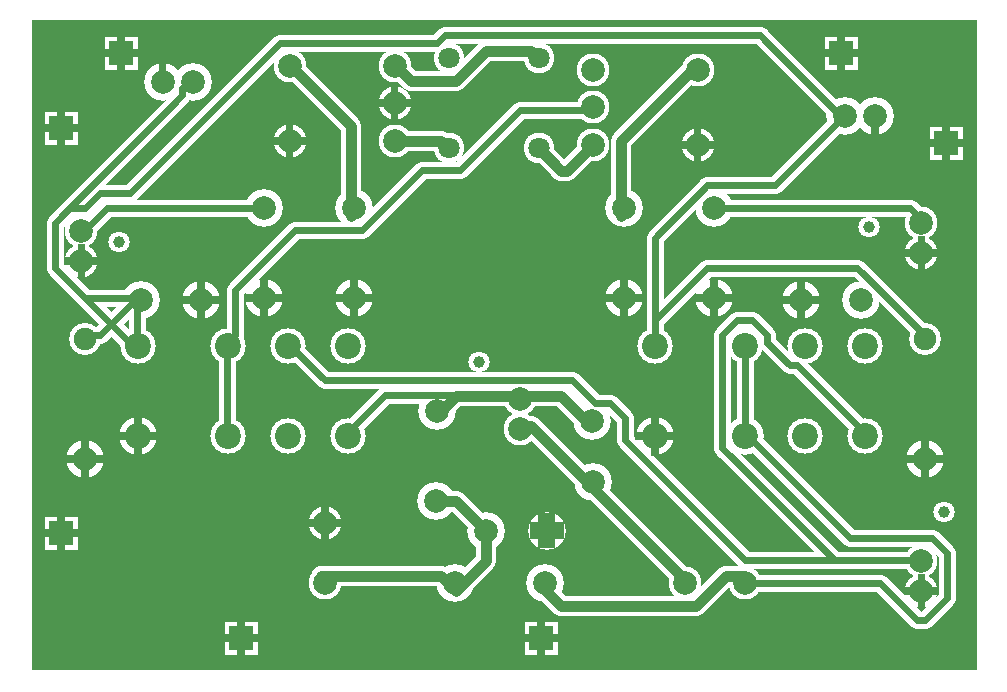
<source format=gbr>
%FSLAX34Y34*%
%MOMM*%
%LNCOPPER_BOTTOM*%
G71*
G01*
%ADD10C,3.200*%
%ADD11C,2.800*%
%ADD12C,2.800*%
%ADD13C,2.600*%
%ADD14C,1.700*%
%ADD15C,2.700*%
%ADD16C,3.000*%
%ADD17C,1.400*%
%ADD18C,1.800*%
%ADD19C,0.667*%
%ADD20C,0.680*%
%ADD21C,1.467*%
%ADD22C,0.813*%
%ADD23C,2.000*%
%ADD24C,2.000*%
%ADD25C,0.900*%
%ADD26C,1.900*%
%ADD27C,2.200*%
%ADD28C,0.600*%
%ADD29C,1.000*%
%ADD30C,4.300*%
%LPD*%
G36*
X0Y550000D02*
X800000Y550000D01*
X800000Y0D01*
X0Y0D01*
X0Y550000D01*
G37*
%LPC*%
X196267Y390766D02*
G54D10*
D03*
X196217Y314516D02*
G54D10*
D03*
X196267Y390766D02*
G54D11*
D03*
X272458Y390692D02*
G54D10*
D03*
X196208Y390742D02*
G54D10*
D03*
X272458Y390692D02*
G54D11*
D03*
X272458Y390692D02*
G54D10*
D03*
X272408Y314442D02*
G54D10*
D03*
X272458Y390692D02*
G54D11*
D03*
X501067Y390766D02*
G54D10*
D03*
X501017Y314516D02*
G54D10*
D03*
X501067Y390766D02*
G54D11*
D03*
X577258Y390692D02*
G54D10*
D03*
X501008Y390742D02*
G54D10*
D03*
X577258Y390692D02*
G54D11*
D03*
X577258Y390692D02*
G54D10*
D03*
X577208Y314442D02*
G54D10*
D03*
X577258Y390692D02*
G54D11*
D03*
X41723Y371761D02*
G54D12*
D03*
X41723Y346361D02*
G54D12*
D03*
X752923Y378111D02*
G54D12*
D03*
X752923Y352711D02*
G54D12*
D03*
X429073Y517811D02*
G54D13*
D03*
X352873Y517811D02*
G54D13*
D03*
X429073Y441611D02*
G54D13*
D03*
X429073Y517811D02*
G54D13*
D03*
X352873Y441611D02*
G54D13*
D03*
X429073Y441611D02*
G54D13*
D03*
X352873Y517811D02*
G54D13*
D03*
X352873Y441611D02*
G54D13*
D03*
X217850Y511373D02*
G54D12*
D03*
X217850Y447873D02*
G54D12*
D03*
X306750Y511373D02*
G54D12*
D03*
X306750Y479623D02*
G54D12*
D03*
X306750Y447873D02*
G54D12*
D03*
X563290Y444580D02*
G54D12*
D03*
X563290Y508080D02*
G54D12*
D03*
X474390Y444580D02*
G54D12*
D03*
X474390Y476330D02*
G54D12*
D03*
X474390Y508080D02*
G54D12*
D03*
G54D14*
X217850Y511373D02*
X219523Y511461D01*
X270323Y460661D01*
X270323Y384461D01*
X272458Y390692D01*
G54D14*
X306750Y447873D02*
X308423Y447961D01*
X346523Y447961D01*
X352873Y441611D01*
G54D14*
X306750Y511373D02*
X308423Y511461D01*
X321123Y498761D01*
X359223Y498761D01*
X384623Y524161D01*
X422723Y524161D01*
X429073Y517811D01*
G54D14*
X563290Y508080D02*
X562423Y511461D01*
X498923Y447961D01*
X498923Y384461D01*
X501008Y390742D01*
G54D14*
X429073Y441611D02*
X448123Y422561D01*
X452371Y422561D01*
X474390Y444580D01*
X412750Y229450D02*
G54D12*
D03*
X412750Y204050D02*
G54D12*
D03*
X247650Y124550D02*
G54D12*
D03*
X247650Y73750D02*
G54D12*
D03*
X552450Y73750D02*
G54D12*
D03*
X603250Y73750D02*
G54D12*
D03*
X342317Y219316D02*
G54D10*
D03*
X342267Y143066D02*
G54D10*
D03*
X342317Y219316D02*
G54D11*
D03*
X474330Y210302D02*
G54D10*
D03*
X474443Y159321D02*
G54D10*
D03*
X474331Y210302D02*
G54D11*
D03*
X435603Y117874D02*
G54D10*
D03*
X384622Y117761D02*
G54D10*
D03*
X435603Y117874D02*
G54D11*
D03*
X433815Y73138D02*
G54D10*
D03*
X357566Y73188D02*
G54D10*
D03*
X433815Y73139D02*
G54D11*
D03*
G54D14*
X433816Y73139D02*
X435423Y66961D01*
X448123Y54261D01*
X562423Y54261D01*
X587823Y79661D01*
X600523Y79661D01*
X603250Y73750D01*
G54D14*
X474443Y159321D02*
X473523Y155861D01*
X549723Y79661D01*
X552450Y73750D01*
G54D14*
X474443Y159321D02*
X473523Y155861D01*
X422723Y206661D01*
X410023Y206661D01*
X412750Y204050D01*
G54D14*
X474331Y210302D02*
X473523Y206661D01*
X448123Y232061D01*
X410023Y232061D01*
X412750Y229450D01*
G54D14*
X342317Y219316D02*
X346523Y219361D01*
X359223Y232061D01*
X410023Y232061D01*
X412750Y229450D01*
G54D14*
X384622Y117761D02*
X384623Y117761D01*
X359223Y143161D01*
X346523Y143161D01*
X342267Y143066D01*
G54D14*
X357566Y73188D02*
X359223Y66961D01*
X346523Y79661D01*
X244923Y79661D01*
X247650Y73750D01*
X752923Y92361D02*
G54D12*
D03*
X752923Y66961D02*
G54D12*
D03*
G54D14*
X357566Y73188D02*
X359223Y66961D01*
X384623Y92361D01*
X384623Y117761D01*
X384622Y117761D01*
X44450Y178650D02*
G54D15*
D03*
X44450Y280250D02*
G54D15*
D03*
X89285Y197935D02*
G54D16*
D03*
X89285Y274135D02*
G54D16*
D03*
X165485Y197935D02*
G54D16*
D03*
X216285Y197935D02*
G54D16*
D03*
X267085Y197935D02*
G54D16*
D03*
X165485Y274135D02*
G54D16*
D03*
X216285Y274135D02*
G54D16*
D03*
X267085Y274135D02*
G54D16*
D03*
X142709Y312825D02*
G54D10*
D03*
X91729Y312713D02*
G54D10*
D03*
X527050Y197700D02*
G54D16*
D03*
X527050Y273900D02*
G54D16*
D03*
X603250Y197700D02*
G54D16*
D03*
X654050Y197700D02*
G54D16*
D03*
X704850Y197700D02*
G54D16*
D03*
X603250Y273900D02*
G54D16*
D03*
X654050Y273900D02*
G54D16*
D03*
X704850Y273900D02*
G54D16*
D03*
X755650Y178650D02*
G54D15*
D03*
X755650Y280250D02*
G54D15*
D03*
X701510Y312825D02*
G54D10*
D03*
X650529Y312713D02*
G54D10*
D03*
X110309Y497922D02*
G54D10*
D03*
X135809Y497922D02*
G54D10*
D03*
X713913Y468625D02*
G54D10*
D03*
X688413Y468625D02*
G54D10*
D03*
G54D17*
X41723Y371761D02*
X44450Y372200D01*
X63500Y391250D01*
X196850Y391250D01*
X196208Y390742D01*
G54D17*
X165485Y274135D02*
X165100Y276950D01*
X171450Y283300D01*
X171450Y321400D01*
X222250Y372200D01*
X279400Y372200D01*
X330200Y423000D01*
X361950Y423000D01*
X412750Y473800D01*
X476250Y473800D01*
X474390Y476330D01*
G54D17*
X267085Y197935D02*
X266700Y200750D01*
X298450Y232500D01*
X412750Y232500D01*
X412750Y229450D01*
G54D17*
X603250Y197700D02*
X603250Y200750D01*
X692150Y111850D01*
X762000Y111850D01*
X774700Y99150D01*
X774700Y61050D01*
X755650Y42000D01*
X749300Y42000D01*
X717550Y73750D01*
X603250Y73750D01*
G54D17*
X603250Y273900D02*
X603250Y276950D01*
X603250Y200750D01*
X603250Y197700D01*
G54D17*
X704850Y197700D02*
X704850Y200750D01*
X647700Y257900D01*
X641350Y257900D01*
X622300Y276950D01*
X622300Y283300D01*
X609600Y296000D01*
X596900Y296000D01*
X584200Y283300D01*
X584200Y188050D01*
X679450Y92800D01*
X755650Y92800D01*
X752923Y92361D01*
G54D17*
X752923Y378111D02*
X755650Y378550D01*
X742950Y391250D01*
X577850Y391250D01*
X577258Y390692D01*
X142709Y312825D02*
G54D10*
D03*
X44450Y178650D02*
G54D10*
D03*
X755650Y178650D02*
G54D10*
D03*
X650529Y312713D02*
G54D10*
D03*
X89285Y197935D02*
G54D10*
D03*
X603250Y197700D02*
G54D10*
D03*
G54D17*
X135809Y497922D02*
X133350Y499200D01*
X127000Y492850D01*
X127000Y486500D01*
X19050Y378550D01*
X19050Y340450D01*
X44450Y315050D01*
X88900Y315050D01*
X91729Y312713D01*
G54D17*
X91729Y312713D02*
X88900Y315050D01*
X88900Y276950D01*
X89285Y274135D01*
G54D17*
X91729Y312713D02*
X88900Y315050D01*
X57150Y283300D01*
X44450Y283300D01*
X44450Y280250D01*
G54D17*
X755650Y280250D02*
X755650Y283300D01*
X698500Y340450D01*
X571500Y340450D01*
X527050Y296000D01*
X527050Y276950D01*
X527050Y273900D01*
G54D17*
X165485Y274135D02*
X165100Y276950D01*
X165100Y200750D01*
X165485Y197935D01*
G54D17*
X688413Y468625D02*
X685800Y467450D01*
X615950Y537300D01*
X349250Y537300D01*
X342900Y530950D01*
X209550Y530950D01*
X82550Y403950D01*
X57150Y403950D01*
X44450Y391250D01*
X31750Y391250D01*
X19050Y378550D01*
X19050Y340450D01*
X82550Y276950D01*
X88900Y276950D01*
X89285Y274135D01*
G54D17*
X688413Y468625D02*
X685800Y467450D01*
X628650Y410300D01*
X571500Y410300D01*
X527050Y365850D01*
X527050Y276950D01*
X527050Y273900D01*
X527050Y197700D02*
G54D10*
D03*
G54D17*
X216285Y274135D02*
X215900Y276950D01*
X247650Y245200D01*
X457200Y245200D01*
X476250Y226150D01*
X488950Y226150D01*
X501650Y213450D01*
X501650Y194400D01*
X603250Y92800D01*
X755650Y92800D01*
X752923Y92361D01*
X73800Y362510D02*
G54D18*
D03*
X708800Y375210D02*
G54D18*
D03*
X772300Y133910D02*
G54D18*
D03*
X378600Y260910D02*
G54D18*
D03*
G36*
X162934Y40679D02*
X190934Y40679D01*
X190934Y12679D01*
X162934Y12679D01*
X162934Y40679D01*
G37*
G36*
X416934Y40679D02*
X444934Y40679D01*
X444934Y12679D01*
X416934Y12679D01*
X416934Y40679D01*
G37*
G36*
X10534Y129579D02*
X38534Y129579D01*
X38534Y101579D01*
X10534Y101579D01*
X10534Y129579D01*
G37*
G36*
X10534Y472479D02*
X38534Y472479D01*
X38534Y444479D01*
X10534Y444479D01*
X10534Y472479D01*
G37*
G36*
X670934Y535979D02*
X698934Y535979D01*
X698934Y507979D01*
X670934Y507979D01*
X670934Y535979D01*
G37*
G36*
X759834Y459779D02*
X787834Y459779D01*
X787834Y431779D01*
X759834Y431779D01*
X759834Y459779D01*
G37*
G36*
X61334Y535979D02*
X89334Y535979D01*
X89334Y507979D01*
X61334Y507979D01*
X61334Y535979D01*
G37*
%LPD*%
G54D19*
G36*
X196217Y317849D02*
X212717Y317849D01*
X212717Y311183D01*
X196217Y311183D01*
X196217Y317849D01*
G37*
G36*
X199550Y314516D02*
X199550Y298016D01*
X192884Y298016D01*
X192884Y314516D01*
X199550Y314516D01*
G37*
G36*
X196217Y311183D02*
X179717Y311183D01*
X179717Y317849D01*
X196217Y317849D01*
X196217Y311183D01*
G37*
G36*
X192884Y314516D02*
X192884Y331016D01*
X199550Y331016D01*
X199550Y314516D01*
X192884Y314516D01*
G37*
G54D20*
G36*
X272408Y317842D02*
X288908Y317842D01*
X288908Y311042D01*
X272408Y311042D01*
X272408Y317842D01*
G37*
G36*
X275808Y314442D02*
X275808Y297942D01*
X269008Y297942D01*
X269008Y314442D01*
X275808Y314442D01*
G37*
G36*
X272408Y311042D02*
X255908Y311042D01*
X255908Y317842D01*
X272408Y317842D01*
X272408Y311042D01*
G37*
G36*
X269008Y314442D02*
X269008Y330942D01*
X275808Y330942D01*
X275808Y314442D01*
X269008Y314442D01*
G37*
G54D19*
G36*
X501017Y317849D02*
X517517Y317849D01*
X517517Y311183D01*
X501017Y311183D01*
X501017Y317849D01*
G37*
G36*
X504350Y314516D02*
X504350Y298016D01*
X497684Y298016D01*
X497684Y314516D01*
X504350Y314516D01*
G37*
G36*
X501017Y311183D02*
X484517Y311183D01*
X484517Y317849D01*
X501017Y317849D01*
X501017Y311183D01*
G37*
G36*
X497684Y314516D02*
X497684Y331016D01*
X504350Y331016D01*
X504350Y314516D01*
X497684Y314516D01*
G37*
G54D20*
G36*
X577208Y317842D02*
X593708Y317842D01*
X593708Y311042D01*
X577208Y311042D01*
X577208Y317842D01*
G37*
G36*
X580608Y314442D02*
X580608Y297942D01*
X573808Y297942D01*
X573808Y314442D01*
X580608Y314442D01*
G37*
G36*
X577208Y311042D02*
X560708Y311042D01*
X560708Y317842D01*
X577208Y317842D01*
X577208Y311042D01*
G37*
G36*
X573808Y314442D02*
X573808Y330942D01*
X580608Y330942D01*
X580608Y314442D01*
X573808Y314442D01*
G37*
G54D19*
G36*
X38390Y346361D02*
X38390Y360861D01*
X45056Y360861D01*
X45056Y346361D01*
X38390Y346361D01*
G37*
G36*
X41723Y349694D02*
X56223Y349694D01*
X56223Y343028D01*
X41723Y343028D01*
X41723Y349694D01*
G37*
G36*
X45056Y346361D02*
X45056Y331861D01*
X38390Y331861D01*
X38390Y346361D01*
X45056Y346361D01*
G37*
G36*
X41723Y343028D02*
X27223Y343028D01*
X27223Y349694D01*
X41723Y349694D01*
X41723Y343028D01*
G37*
G54D19*
G36*
X749590Y352711D02*
X749590Y367211D01*
X756256Y367211D01*
X756256Y352711D01*
X749590Y352711D01*
G37*
G36*
X752923Y356044D02*
X767423Y356044D01*
X767423Y349378D01*
X752923Y349378D01*
X752923Y356044D01*
G37*
G36*
X756256Y352711D02*
X756256Y338211D01*
X749590Y338211D01*
X749590Y352711D01*
X756256Y352711D01*
G37*
G36*
X752923Y349378D02*
X738423Y349378D01*
X738423Y356044D01*
X752923Y356044D01*
X752923Y349378D01*
G37*
G54D19*
G36*
X214517Y447873D02*
X214517Y462373D01*
X221183Y462373D01*
X221183Y447873D01*
X214517Y447873D01*
G37*
G36*
X217850Y451206D02*
X232350Y451206D01*
X232350Y444540D01*
X217850Y444540D01*
X217850Y451206D01*
G37*
G36*
X221183Y447873D02*
X221183Y433373D01*
X214517Y433373D01*
X214517Y447873D01*
X221183Y447873D01*
G37*
G36*
X217850Y444540D02*
X203350Y444540D01*
X203350Y451206D01*
X217850Y451206D01*
X217850Y444540D01*
G37*
G54D19*
G36*
X303417Y479623D02*
X303417Y494123D01*
X310083Y494123D01*
X310083Y479623D01*
X303417Y479623D01*
G37*
G36*
X306750Y482956D02*
X321250Y482956D01*
X321250Y476290D01*
X306750Y476290D01*
X306750Y482956D01*
G37*
G36*
X310083Y479623D02*
X310083Y465123D01*
X303417Y465123D01*
X303417Y479623D01*
X310083Y479623D01*
G37*
G36*
X306750Y476290D02*
X292250Y476290D01*
X292250Y482956D01*
X306750Y482956D01*
X306750Y476290D01*
G37*
G54D19*
G36*
X566623Y444580D02*
X566623Y430080D01*
X559957Y430080D01*
X559957Y444580D01*
X566623Y444580D01*
G37*
G36*
X563290Y441247D02*
X548790Y441247D01*
X548790Y447913D01*
X563290Y447913D01*
X563290Y441247D01*
G37*
G36*
X559957Y444580D02*
X559957Y459080D01*
X566623Y459080D01*
X566623Y444580D01*
X559957Y444580D01*
G37*
G36*
X563290Y447913D02*
X577790Y447913D01*
X577790Y441247D01*
X563290Y441247D01*
X563290Y447913D01*
G37*
G54D20*
G36*
X247650Y127950D02*
X262150Y127950D01*
X262150Y121150D01*
X247650Y121150D01*
X247650Y127950D01*
G37*
G36*
X251050Y124550D02*
X251050Y110050D01*
X244250Y110050D01*
X244250Y124550D01*
X251050Y124550D01*
G37*
G36*
X247650Y121150D02*
X233150Y121150D01*
X233150Y127950D01*
X247650Y127950D01*
X247650Y121150D01*
G37*
G36*
X244250Y124550D02*
X244250Y139050D01*
X251050Y139050D01*
X251050Y124550D01*
X244250Y124550D01*
G37*
G54D21*
G36*
X428270Y117874D02*
X428270Y132374D01*
X442936Y132374D01*
X442936Y117874D01*
X428270Y117874D01*
G37*
G36*
X435603Y125207D02*
X450103Y125207D01*
X450103Y110540D01*
X435603Y110540D01*
X435603Y125207D01*
G37*
G36*
X442936Y117874D02*
X442936Y103374D01*
X428270Y103374D01*
X428270Y117874D01*
X442936Y117874D01*
G37*
G36*
X435603Y110540D02*
X421103Y110540D01*
X421103Y125207D01*
X435603Y125207D01*
X435603Y110540D01*
G37*
G54D19*
G36*
X749590Y66961D02*
X749590Y81461D01*
X756256Y81461D01*
X756256Y66961D01*
X749590Y66961D01*
G37*
G36*
X752923Y70294D02*
X767423Y70294D01*
X767423Y63628D01*
X752923Y63628D01*
X752923Y70294D01*
G37*
G36*
X756256Y66961D02*
X756256Y52461D01*
X749590Y52461D01*
X749590Y66961D01*
X756256Y66961D01*
G37*
G36*
X752923Y63628D02*
X738423Y63628D01*
X738423Y70294D01*
X752923Y70294D01*
X752923Y63628D01*
G37*
G54D19*
G36*
X106976Y497922D02*
X106976Y514422D01*
X113642Y514422D01*
X113642Y497922D01*
X106976Y497922D01*
G37*
G54D22*
G54D19*
G36*
X717246Y468625D02*
X717246Y452125D01*
X710579Y452125D01*
X710579Y468625D01*
X717246Y468625D01*
G37*
G54D22*
G54D20*
G36*
X142709Y316225D02*
X159209Y316225D01*
X159209Y309425D01*
X142709Y309425D01*
X142709Y316225D01*
G37*
G36*
X146109Y312825D02*
X146109Y296325D01*
X139309Y296325D01*
X139309Y312825D01*
X146109Y312825D01*
G37*
G36*
X142709Y309425D02*
X126209Y309425D01*
X126209Y316225D01*
X142709Y316225D01*
X142709Y309425D01*
G37*
G36*
X139309Y312825D02*
X139309Y329325D01*
X146109Y329325D01*
X146109Y312825D01*
X139309Y312825D01*
G37*
G54D20*
G36*
X44450Y182050D02*
X60950Y182050D01*
X60950Y175250D01*
X44450Y175250D01*
X44450Y182050D01*
G37*
G36*
X47850Y178650D02*
X47850Y162150D01*
X41050Y162150D01*
X41050Y178650D01*
X47850Y178650D01*
G37*
G36*
X44450Y175250D02*
X27950Y175250D01*
X27950Y182050D01*
X44450Y182050D01*
X44450Y175250D01*
G37*
G36*
X41050Y178650D02*
X41050Y195150D01*
X47850Y195150D01*
X47850Y178650D01*
X41050Y178650D01*
G37*
G54D20*
G36*
X755650Y182050D02*
X772150Y182050D01*
X772150Y175250D01*
X755650Y175250D01*
X755650Y182050D01*
G37*
G36*
X759050Y178650D02*
X759050Y162150D01*
X752250Y162150D01*
X752250Y178650D01*
X759050Y178650D01*
G37*
G36*
X755650Y175250D02*
X739150Y175250D01*
X739150Y182050D01*
X755650Y182050D01*
X755650Y175250D01*
G37*
G36*
X752250Y178650D02*
X752250Y195150D01*
X759050Y195150D01*
X759050Y178650D01*
X752250Y178650D01*
G37*
G54D20*
G36*
X650529Y316113D02*
X667029Y316113D01*
X667029Y309313D01*
X650529Y309313D01*
X650529Y316113D01*
G37*
G36*
X653929Y312713D02*
X653929Y296213D01*
X647129Y296213D01*
X647129Y312713D01*
X653929Y312713D01*
G37*
G36*
X650529Y309313D02*
X634029Y309313D01*
X634029Y316113D01*
X650529Y316113D01*
X650529Y309313D01*
G37*
G36*
X647129Y312713D02*
X647129Y329213D01*
X653929Y329213D01*
X653929Y312713D01*
X647129Y312713D01*
G37*
G54D20*
G36*
X89285Y201335D02*
X105785Y201335D01*
X105785Y194535D01*
X89285Y194535D01*
X89285Y201335D01*
G37*
G36*
X92685Y197935D02*
X92685Y181435D01*
X85885Y181435D01*
X85885Y197935D01*
X92685Y197935D01*
G37*
G36*
X89285Y194535D02*
X72785Y194535D01*
X72785Y201335D01*
X89285Y201335D01*
X89285Y194535D01*
G37*
G36*
X85885Y197935D02*
X85885Y214435D01*
X92685Y214435D01*
X92685Y197935D01*
X85885Y197935D01*
G37*
G54D20*
G36*
X527050Y201100D02*
X543550Y201100D01*
X543550Y194300D01*
X527050Y194300D01*
X527050Y201100D01*
G37*
G36*
X530450Y197700D02*
X530450Y181200D01*
X523650Y181200D01*
X523650Y197700D01*
X530450Y197700D01*
G37*
G36*
X527050Y194300D02*
X510550Y194300D01*
X510550Y201100D01*
X527050Y201100D01*
X527050Y194300D01*
G37*
G36*
X523650Y197700D02*
X523650Y214200D01*
X530450Y214200D01*
X530450Y197700D01*
X523650Y197700D01*
G37*
G54D19*
G36*
X173601Y26679D02*
X173601Y41179D01*
X180267Y41179D01*
X180267Y26679D01*
X173601Y26679D01*
G37*
G36*
X176934Y30012D02*
X191434Y30012D01*
X191434Y23345D01*
X176934Y23345D01*
X176934Y30012D01*
G37*
G36*
X180267Y26679D02*
X180267Y12179D01*
X173601Y12179D01*
X173601Y26679D01*
X180267Y26679D01*
G37*
G36*
X176934Y23345D02*
X162434Y23345D01*
X162434Y30012D01*
X176934Y30012D01*
X176934Y23345D01*
G37*
G54D19*
G36*
X427601Y26679D02*
X427601Y41179D01*
X434267Y41179D01*
X434267Y26679D01*
X427601Y26679D01*
G37*
G36*
X430934Y30012D02*
X445434Y30012D01*
X445434Y23345D01*
X430934Y23345D01*
X430934Y30012D01*
G37*
G36*
X434267Y26679D02*
X434267Y12179D01*
X427601Y12179D01*
X427601Y26679D01*
X434267Y26679D01*
G37*
G36*
X430934Y23345D02*
X416434Y23345D01*
X416434Y30012D01*
X430934Y30012D01*
X430934Y23345D01*
G37*
G54D19*
G36*
X21201Y115579D02*
X21201Y130079D01*
X27867Y130079D01*
X27867Y115579D01*
X21201Y115579D01*
G37*
G36*
X24534Y118912D02*
X39034Y118912D01*
X39034Y112245D01*
X24534Y112245D01*
X24534Y118912D01*
G37*
G36*
X27867Y115579D02*
X27867Y101079D01*
X21201Y101079D01*
X21201Y115579D01*
X27867Y115579D01*
G37*
G36*
X24534Y112245D02*
X10034Y112245D01*
X10034Y118912D01*
X24534Y118912D01*
X24534Y112245D01*
G37*
G54D19*
G36*
X21201Y458479D02*
X21201Y472979D01*
X27867Y472979D01*
X27867Y458479D01*
X21201Y458479D01*
G37*
G36*
X24534Y461812D02*
X39034Y461812D01*
X39034Y455145D01*
X24534Y455145D01*
X24534Y461812D01*
G37*
G36*
X27867Y458479D02*
X27867Y443979D01*
X21201Y443979D01*
X21201Y458479D01*
X27867Y458479D01*
G37*
G36*
X24534Y455145D02*
X10034Y455145D01*
X10034Y461812D01*
X24534Y461812D01*
X24534Y455145D01*
G37*
G54D19*
G36*
X681601Y521979D02*
X681601Y536479D01*
X688267Y536479D01*
X688267Y521979D01*
X681601Y521979D01*
G37*
G36*
X684934Y525312D02*
X699434Y525312D01*
X699434Y518645D01*
X684934Y518645D01*
X684934Y525312D01*
G37*
G36*
X688267Y521979D02*
X688267Y507479D01*
X681601Y507479D01*
X681601Y521979D01*
X688267Y521979D01*
G37*
G36*
X684934Y518645D02*
X670434Y518645D01*
X670434Y525312D01*
X684934Y525312D01*
X684934Y518645D01*
G37*
G54D19*
G36*
X770501Y445779D02*
X770501Y460279D01*
X777167Y460279D01*
X777167Y445779D01*
X770501Y445779D01*
G37*
G36*
X773834Y449112D02*
X788334Y449112D01*
X788334Y442445D01*
X773834Y442445D01*
X773834Y449112D01*
G37*
G36*
X777167Y445779D02*
X777167Y431279D01*
X770501Y431279D01*
X770501Y445779D01*
X777167Y445779D01*
G37*
G36*
X773834Y442445D02*
X759334Y442445D01*
X759334Y449112D01*
X773834Y449112D01*
X773834Y442445D01*
G37*
G54D19*
G36*
X72001Y521979D02*
X72001Y536479D01*
X78667Y536479D01*
X78667Y521979D01*
X72001Y521979D01*
G37*
G36*
X75334Y525312D02*
X89834Y525312D01*
X89834Y518645D01*
X75334Y518645D01*
X75334Y525312D01*
G37*
G36*
X78667Y521979D02*
X78667Y507479D01*
X72001Y507479D01*
X72001Y521979D01*
X78667Y521979D01*
G37*
G36*
X75334Y518645D02*
X60834Y518645D01*
X60834Y525312D01*
X75334Y525312D01*
X75334Y518645D01*
G37*
X196267Y390766D02*
G54D23*
D03*
X196217Y314516D02*
G54D23*
D03*
X196267Y390766D02*
G54D24*
D03*
X272458Y390692D02*
G54D23*
D03*
X196208Y390742D02*
G54D23*
D03*
X272458Y390692D02*
G54D24*
D03*
X272458Y390692D02*
G54D23*
D03*
X272408Y314442D02*
G54D23*
D03*
X272458Y390692D02*
G54D24*
D03*
X501067Y390766D02*
G54D23*
D03*
X501017Y314516D02*
G54D23*
D03*
X501067Y390766D02*
G54D24*
D03*
X577258Y390692D02*
G54D23*
D03*
X501008Y390742D02*
G54D23*
D03*
X577258Y390692D02*
G54D24*
D03*
X577258Y390692D02*
G54D23*
D03*
X577208Y314442D02*
G54D23*
D03*
X577258Y390692D02*
G54D24*
D03*
X41723Y371761D02*
G54D23*
D03*
X41723Y346361D02*
G54D23*
D03*
X752923Y378111D02*
G54D23*
D03*
X752923Y352711D02*
G54D23*
D03*
X429073Y517811D02*
G54D18*
D03*
X352873Y517811D02*
G54D18*
D03*
X429073Y441611D02*
G54D18*
D03*
X429073Y517811D02*
G54D18*
D03*
X352873Y441611D02*
G54D18*
D03*
X429073Y441611D02*
G54D18*
D03*
X352873Y517811D02*
G54D18*
D03*
X352873Y441611D02*
G54D18*
D03*
X217850Y511373D02*
G54D23*
D03*
X217850Y447873D02*
G54D23*
D03*
X306750Y511373D02*
G54D23*
D03*
X306750Y479623D02*
G54D23*
D03*
X306750Y447873D02*
G54D23*
D03*
X563290Y444580D02*
G54D23*
D03*
X563290Y508080D02*
G54D23*
D03*
X474390Y444580D02*
G54D23*
D03*
X474390Y476330D02*
G54D23*
D03*
X474390Y508080D02*
G54D23*
D03*
G54D25*
X217850Y511373D02*
X219523Y511461D01*
X270323Y460661D01*
X270323Y384461D01*
X272458Y390692D01*
G54D25*
X306750Y447873D02*
X308423Y447961D01*
X346523Y447961D01*
X352873Y441611D01*
G54D25*
X306750Y511373D02*
X308423Y511461D01*
X321123Y498761D01*
X359223Y498761D01*
X384623Y524161D01*
X422723Y524161D01*
X429073Y517811D01*
G54D25*
X563290Y508080D02*
X562423Y511461D01*
X498923Y447961D01*
X498923Y384461D01*
X501008Y390742D01*
G54D25*
X429073Y441611D02*
X448123Y422561D01*
X452371Y422561D01*
X474390Y444580D01*
X412750Y229450D02*
G54D23*
D03*
X412750Y204050D02*
G54D23*
D03*
X247650Y124550D02*
G54D23*
D03*
X247650Y73750D02*
G54D23*
D03*
X552450Y73750D02*
G54D23*
D03*
X603250Y73750D02*
G54D23*
D03*
X342317Y219316D02*
G54D23*
D03*
X342267Y143066D02*
G54D23*
D03*
X342317Y219316D02*
G54D24*
D03*
X474330Y210302D02*
G54D23*
D03*
X474443Y159321D02*
G54D23*
D03*
X474331Y210302D02*
G54D24*
D03*
X435603Y117874D02*
G54D23*
D03*
X384622Y117761D02*
G54D23*
D03*
X435603Y117874D02*
G54D24*
D03*
X433815Y73138D02*
G54D23*
D03*
X357566Y73188D02*
G54D23*
D03*
X433815Y73139D02*
G54D24*
D03*
G54D25*
X433816Y73139D02*
X435423Y66961D01*
X448123Y54261D01*
X562423Y54261D01*
X587823Y79661D01*
X600523Y79661D01*
X603250Y73750D01*
G54D25*
X474443Y159321D02*
X473523Y155861D01*
X549723Y79661D01*
X552450Y73750D01*
G54D25*
X474443Y159321D02*
X473523Y155861D01*
X422723Y206661D01*
X410023Y206661D01*
X412750Y204050D01*
G54D25*
X474331Y210302D02*
X473523Y206661D01*
X448123Y232061D01*
X410023Y232061D01*
X412750Y229450D01*
G54D25*
X342317Y219316D02*
X346523Y219361D01*
X359223Y232061D01*
X410023Y232061D01*
X412750Y229450D01*
G54D25*
X384622Y117761D02*
X384623Y117761D01*
X359223Y143161D01*
X346523Y143161D01*
X342267Y143066D01*
G54D25*
X357566Y73188D02*
X359223Y66961D01*
X346523Y79661D01*
X244923Y79661D01*
X247650Y73750D01*
X752923Y92361D02*
G54D23*
D03*
X752923Y66961D02*
G54D23*
D03*
G54D25*
X357566Y73188D02*
X359223Y66961D01*
X384623Y92361D01*
X384623Y117761D01*
X384622Y117761D01*
X44450Y178650D02*
G54D26*
D03*
X44450Y280250D02*
G54D26*
D03*
X89285Y197935D02*
G54D27*
D03*
X89285Y274135D02*
G54D27*
D03*
X165485Y197935D02*
G54D27*
D03*
X216285Y197935D02*
G54D27*
D03*
X267085Y197935D02*
G54D27*
D03*
X165485Y274135D02*
G54D27*
D03*
X216285Y274135D02*
G54D27*
D03*
X267085Y274135D02*
G54D27*
D03*
X142709Y312825D02*
G54D23*
D03*
X91729Y312713D02*
G54D23*
D03*
X527050Y197700D02*
G54D27*
D03*
X527050Y273900D02*
G54D27*
D03*
X603250Y197700D02*
G54D27*
D03*
X654050Y197700D02*
G54D27*
D03*
X704850Y197700D02*
G54D27*
D03*
X603250Y273900D02*
G54D27*
D03*
X654050Y273900D02*
G54D27*
D03*
X704850Y273900D02*
G54D27*
D03*
X755650Y178650D02*
G54D26*
D03*
X755650Y280250D02*
G54D26*
D03*
X701510Y312825D02*
G54D23*
D03*
X650529Y312713D02*
G54D23*
D03*
X110309Y497922D02*
G54D23*
D03*
X135809Y497922D02*
G54D23*
D03*
X713913Y468625D02*
G54D23*
D03*
X688413Y468625D02*
G54D23*
D03*
G54D28*
X41723Y371761D02*
X44450Y372200D01*
X63500Y391250D01*
X196850Y391250D01*
X196208Y390742D01*
G54D28*
X165485Y274135D02*
X165100Y276950D01*
X171450Y283300D01*
X171450Y321400D01*
X222250Y372200D01*
X279400Y372200D01*
X330200Y423000D01*
X361950Y423000D01*
X412750Y473800D01*
X476250Y473800D01*
X474390Y476330D01*
G54D28*
X267085Y197935D02*
X266700Y200750D01*
X298450Y232500D01*
X412750Y232500D01*
X412750Y229450D01*
G54D28*
X603250Y197700D02*
X603250Y200750D01*
X692150Y111850D01*
X762000Y111850D01*
X774700Y99150D01*
X774700Y61050D01*
X755650Y42000D01*
X749300Y42000D01*
X717550Y73750D01*
X603250Y73750D01*
G54D28*
X603250Y273900D02*
X603250Y276950D01*
X603250Y200750D01*
X603250Y197700D01*
G54D28*
X704850Y197700D02*
X704850Y200750D01*
X647700Y257900D01*
X641350Y257900D01*
X622300Y276950D01*
X622300Y283300D01*
X609600Y296000D01*
X596900Y296000D01*
X584200Y283300D01*
X584200Y188050D01*
X679450Y92800D01*
X755650Y92800D01*
X752923Y92361D01*
G54D28*
X752923Y378111D02*
X755650Y378550D01*
X742950Y391250D01*
X577850Y391250D01*
X577258Y390692D01*
X142709Y312825D02*
G54D23*
D03*
X44450Y178650D02*
G54D23*
D03*
X755650Y178650D02*
G54D23*
D03*
X650529Y312713D02*
G54D23*
D03*
X89285Y197935D02*
G54D23*
D03*
X603250Y197700D02*
G54D23*
D03*
G54D28*
X135809Y497922D02*
X133350Y499200D01*
X127000Y492850D01*
X127000Y486500D01*
X19050Y378550D01*
X19050Y340450D01*
X44450Y315050D01*
X88900Y315050D01*
X91729Y312713D01*
G54D28*
X91729Y312713D02*
X88900Y315050D01*
X88900Y276950D01*
X89285Y274135D01*
G54D28*
X91729Y312713D02*
X88900Y315050D01*
X57150Y283300D01*
X44450Y283300D01*
X44450Y280250D01*
G54D28*
X755650Y280250D02*
X755650Y283300D01*
X698500Y340450D01*
X571500Y340450D01*
X527050Y296000D01*
X527050Y276950D01*
X527050Y273900D01*
G54D28*
X165485Y274135D02*
X165100Y276950D01*
X165100Y200750D01*
X165485Y197935D01*
G54D28*
X688413Y468625D02*
X685800Y467450D01*
X615950Y537300D01*
X349250Y537300D01*
X342900Y530950D01*
X209550Y530950D01*
X82550Y403950D01*
X57150Y403950D01*
X44450Y391250D01*
X31750Y391250D01*
X19050Y378550D01*
X19050Y340450D01*
X82550Y276950D01*
X88900Y276950D01*
X89285Y274135D01*
G54D28*
X688413Y468625D02*
X685800Y467450D01*
X628650Y410300D01*
X571500Y410300D01*
X527050Y365850D01*
X527050Y276950D01*
X527050Y273900D01*
X527050Y197700D02*
G54D23*
D03*
G54D28*
X216285Y274135D02*
X215900Y276950D01*
X247650Y245200D01*
X457200Y245200D01*
X476250Y226150D01*
X488950Y226150D01*
X501650Y213450D01*
X501650Y194400D01*
X603250Y92800D01*
X755650Y92800D01*
X752923Y92361D01*
X73800Y362510D02*
G54D29*
D03*
X708800Y375210D02*
G54D29*
D03*
X772300Y133910D02*
G54D29*
D03*
X378600Y260910D02*
G54D29*
D03*
X37234Y32979D02*
G54D30*
D03*
G36*
X166934Y36679D02*
X186934Y36679D01*
X186934Y16679D01*
X166934Y16679D01*
X166934Y36679D01*
G37*
X697634Y26629D02*
G54D30*
D03*
X761134Y515579D02*
G54D30*
D03*
X24534Y515579D02*
G54D30*
D03*
G36*
X420934Y36679D02*
X440934Y36679D01*
X440934Y16679D01*
X420934Y16679D01*
X420934Y36679D01*
G37*
G36*
X14534Y125579D02*
X34534Y125579D01*
X34534Y105579D01*
X14534Y105579D01*
X14534Y125579D01*
G37*
G36*
X14534Y468479D02*
X34534Y468479D01*
X34534Y448479D01*
X14534Y448479D01*
X14534Y468479D01*
G37*
G36*
X674934Y531979D02*
X694934Y531979D01*
X694934Y511979D01*
X674934Y511979D01*
X674934Y531979D01*
G37*
G36*
X763834Y455779D02*
X783834Y455779D01*
X783834Y435779D01*
X763834Y435779D01*
X763834Y455779D01*
G37*
G36*
X65334Y531979D02*
X85334Y531979D01*
X85334Y511979D01*
X65334Y511979D01*
X65334Y531979D01*
G37*
M02*

</source>
